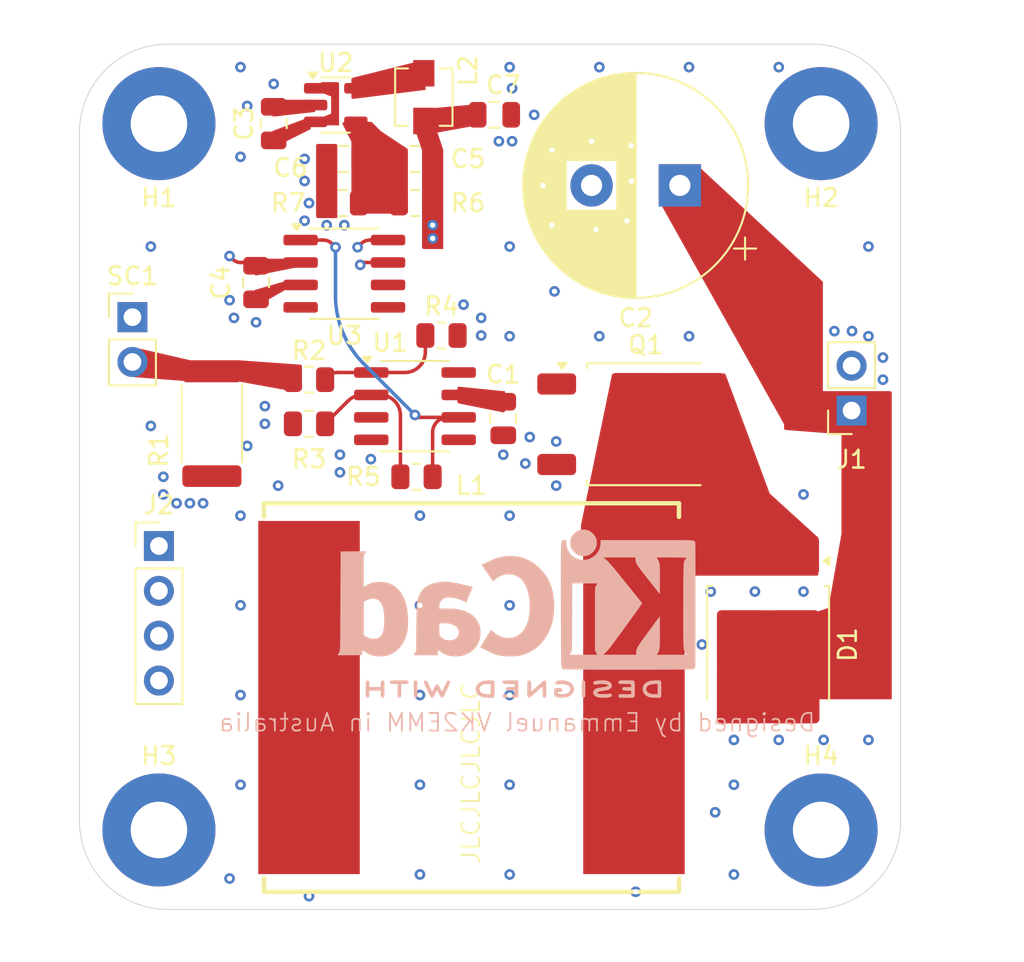
<source format=kicad_pcb>
(kicad_pcb (version 20240108) (generator "pcbnew") (generator_version "8.0")
  (layers (0 "F.Cu" signal) (1 "In1.Cu" signal) (2 "In2.Cu" signal) (3 "In3.Cu" signal) (4 "In4.Cu" signal) (31 "B.Cu" signal) (34 "B.Paste" user) (35 "F.Paste" user) (36 "B.SilkS" user "B.Silkscreen") (37 "F.SilkS" user "F.Silkscreen") (38 "B.Mask" user) (39 "F.Mask" user) (44 "Edge.Cuts" user))
  (net 0 "")
  (net 1 "VBUS")
  (net 2 "GND")
  (net 3 "VCC")
  (net 4 "Net-(U1-+)")
  (net 5 "Net-(U1--)")
  (net 6 "/V_{drop}")
  (net 7 "Net-(SC1--)")
  (net 10 "/swdio")
  (net 11 "/swclk")
  (net 12 "Net-(U2-FB)")
  (net 13 "Net-(Q1-D)")
  (net 14 "/pwm")
  (net 15 "Net-(D1-A)")
  (net 16 "Net-(U2-SW)")
  (footprint "plib:IND-SMD_L23.5-W22.0" (layer "F.Cu") (at 84.2 86.5)
    (property "Reference" "L1" (at 0 -12 0) (layer "F.SilkS"))
    (property "Value" "FXL2213-680-M 100u")
    (pad "1" smd rect (at -9.2 0) (size 5.75 20) (layers "F.Cu" "F.Paste" "F.Mask") (net 1 "VBUS"))
    (pad "2" smd rect (at 9.2 0) (size 5.75 20) (layers "F.Cu" "F.Paste" "F.Mask") (net 13 "Net-(Q1-D)"))
  )
  (footprint "Inductor_SMD:L_Vishay_IHLP-1212" (layer "F.Cu") (at 81.5 52.5 -90)
    (property "Reference" "L2" (at -1.5 -2.5 90) (layer "F.SilkS"))
    (property "Value" "2.2u")
    (pad "1" smd rect (at -1.35 0 270) (size 1.5 1.2) (layers "F.Cu" "F.Paste" "F.Mask") (net 16 "Net-(U2-SW)"))
    (pad "2" smd rect (at 1.35 0 270) (size 1.5 1.2) (layers "F.Cu" "F.Paste" "F.Mask") (net 3 "VCC"))
  )
  (footprint "Resistor_SMD:R_2512_6332Metric" (layer "F.Cu") (at 69.5 71 -90)
    (property "Reference" "R1" (at 1.5 3 90) (layer "F.SilkS"))
    (property "Value" "50m")
    (pad "1" smd roundrect (at -2.9625 0 270) (size 1.225 3.35) (layers "F.Cu" "F.Paste" "F.Mask") (roundrect_rratio 0.204082) (net 7 "Net-(SC1--)"))
    (pad "2" smd roundrect (at 2.9625 0 270) (size 1.225 3.35) (layers "F.Cu" "F.Paste" "F.Mask") (roundrect_rratio 0.204082) (net 2 "GND"))
  )
  (footprint "Resistor_SMD:R_0805_2012Metric" (layer "F.Cu") (at 75 68.5)
    (property "Reference" "R2" (at 0 -1.65 0) (layer "F.SilkS"))
    (property "Value" "282k")
    (pad "1" smd roundrect (at -0.9125 0) (size 1.025 1.4) (layers "F.Cu" "F.Paste" "F.Mask") (roundrect_rratio 0.243902) (net 7 "Net-(SC1--)"))
    (pad "2" smd roundrect (at 0.9125 0) (size 1.025 1.4) (layers "F.Cu" "F.Paste" "F.Mask") (roundrect_rratio 0.243902) (net 4 "Net-(U1-+)"))
  )
  (footprint "Resistor_SMD:R_0805_2012Metric" (layer "F.Cu") (at 76.9125 58.5 180)
    (property "Reference" "R7" (at 3.0875 0 0) (layer "F.SilkS"))
    (property "Value" "100k")
    (pad "1" smd roundrect (at -0.9125 0 180) (size 1.025 1.4) (layers "F.Cu" "F.Paste" "F.Mask") (roundrect_rratio 0.243902) (net 12 "Net-(U2-FB)"))
    (pad "2" smd roundrect (at 0.9125 0 180) (size 1.025 1.4) (layers "F.Cu" "F.Paste" "F.Mask") (roundrect_rratio 0.243902) (net 2 "GND"))
  )
  (footprint "Resistor_SMD:R_0805_2012Metric" (layer "F.Cu") (at 81.0875 74)
    (property "Reference" "R5" (at -3 0 0) (layer "F.SilkS"))
    (property "Value" "4.7k")
    (pad "1" smd roundrect (at -0.9125 0) (size 1.025 1.4) (layers "F.Cu" "F.Paste" "F.Mask") (roundrect_rratio 0.243902) (net 5 "Net-(U1--)"))
    (pad "2" smd roundrect (at 0.9125 0) (size 1.025 1.4) (layers "F.Cu" "F.Paste" "F.Mask") (roundrect_rratio 0.243902) (net 6 "/V_{drop}"))
  )
  (footprint "Resistor_SMD:R_0805_2012Metric" (layer "F.Cu") (at 82.5 66)
    (property "Reference" "R4" (at 0 -1.65 0) (layer "F.SilkS"))
    (property "Value" "4.7k")
    (pad "1" smd roundrect (at -0.9125 0) (size 1.025 1.4) (layers "F.Cu" "F.Paste" "F.Mask") (roundrect_rratio 0.243902) (net 4 "Net-(U1-+)"))
    (pad "2" smd roundrect (at 0.9125 0) (size 1.025 1.4) (layers "F.Cu" "F.Paste" "F.Mask") (roundrect_rratio 0.243902) (net 2 "GND"))
  )
  (footprint "MountingHole:MountingHole_3.2mm_M3_Pad" (layer "F.Cu") (at 66.5 94)
    (property "Reference" "H3" (at 0 -4.2 0) (layer "F.SilkS"))
    (property "Value" "MountingHole_Pad")
    (pad "1" thru_hole circle (at 0 0) (size 6.4 6.4) (drill 3.2) (layers "*.Cu" "*.Mask") (net 2 "GND"))
  )
  (footprint "Capacitor_THT:CP_Radial_D12.5mm_P5.00mm" (layer "F.Cu") (at 96 57.5 180)
    (property "Reference" "C2" (at 2.5 -7.5 0) (layer "F.SilkS"))
    (property "Value" "200u")
    (pad "1" thru_hole rect (at 0 0 180) (size 2.4 2.4) (drill 1.2) (layers "*.Cu" "*.Mask") (net 15 "Net-(D1-A)"))
    (pad "2" thru_hole circle (at 5 0 180) (size 2.4 2.4) (drill 1.2) (layers "*.Cu" "*.Mask") (net 2 "GND"))
  )
  (footprint "Resistor_SMD:R_0805_2012Metric" (layer "F.Cu") (at 75 71)
    (property "Reference" "R3" (at 0 2 0) (layer "F.SilkS"))
    (property "Value" "282k")
    (pad "1" smd roundrect (at -0.9125 0) (size 1.025 1.4) (layers "F.Cu" "F.Paste" "F.Mask") (roundrect_rratio 0.243902) (net 2 "GND"))
    (pad "2" smd roundrect (at 0.9125 0) (size 1.025 1.4) (layers "F.Cu" "F.Paste" "F.Mask") (roundrect_rratio 0.243902) (net 5 "Net-(U1--)"))
  )
  (footprint "Package_SO:SOIC-8_3.9x4.9mm_P1.27mm" (layer "F.Cu") (at 77 62.5)
    (property "Reference" "U3" (at 0 3.5 0) (layer "F.SilkS"))
    (property "Value" "STM32G030J6Mx")
    (pad "1" smd roundrect (at -2.475 -1.905) (size 1.95 0.6) (layers "F.Cu" "F.Paste" "F.Mask") (net 6 "/V_{drop}"))
    (pad "2" smd roundrect (at -2.475 -0.635) (size 1.95 0.6) (layers "F.Cu" "F.Paste" "F.Mask") (net 3 "VCC"))
    (pad "3" smd roundrect (at -2.475 0.635) (size 1.95 0.6) (layers "F.Cu" "F.Paste" "F.Mask") (net 2 "GND"))
    (pad "4" smd roundrect (at -2.475 1.905) (size 1.95 0.6) (layers "F.Cu" "F.Paste" "F.Mask"))
    (pad "5" smd roundrect (at 2.475 1.905) (size 1.95 0.6) (layers "F.Cu" "F.Paste" "F.Mask"))
    (pad "6" smd roundrect (at 2.475 0.635) (size 1.95 0.6) (layers "F.Cu" "F.Paste" "F.Mask") (net 14 "/pwm"))
    (pad "7" smd roundrect (at 2.475 -0.635) (size 1.95 0.6) (layers "F.Cu" "F.Paste" "F.Mask") (net 10 "/swdio"))
    (pad "8" smd roundrect (at 2.475 -1.905) (size 1.95 0.6) (layers "F.Cu" "F.Paste" "F.Mask") (net 11 "/swclk"))
  )
  (footprint "Capacitor_SMD:C_0805_2012Metric" (layer "F.Cu") (at 86 70.7 -90)
    (property "Reference" "C1" (at -2.5 0 0) (layer "F.SilkS"))
    (property "Value" "100n")
    (pad "1" smd roundrect (at -0.95 0 270) (size 1 1.45) (layers "F.Cu" "F.Paste" "F.Mask") (net 1 "VBUS"))
    (pad "2" smd roundrect (at 0.95 0 270) (size 1 1.45) (layers "F.Cu" "F.Paste" "F.Mask") (net 2 "GND"))
  )
  (footprint "Package_TO_SOT_SMD:TSOT-23-5" (layer "F.Cu") (at 76.5125 52.95)
    (property "Reference" "U2" (at 0 -2.4 0) (layer "F.SilkS"))
    (property "Value" "LM3671")
    (pad "1" smd roundrect (at -1.1375 -0.95) (size 1.325 0.6) (layers "F.Cu" "F.Paste" "F.Mask") (net 1 "VBUS"))
    (pad "2" smd roundrect (at -1.1375 0) (size 1.325 0.6) (layers "F.Cu" "F.Paste" "F.Mask") (net 2 "GND"))
    (pad "3" smd roundrect (at -1.1375 0.95) (size 1.325 0.6) (layers "F.Cu" "F.Paste" "F.Mask") (net 1 "VBUS"))
    (pad "4" smd roundrect (at 1.1375 0.95) (size 1.325 0.6) (layers "F.Cu" "F.Paste" "F.Mask") (net 12 "Net-(U2-FB)"))
    (pad "5" smd roundrect (at 1.1375 -0.95) (size 1.325 0.6) (layers "F.Cu" "F.Paste" "F.Mask") (net 16 "Net-(U2-SW)"))
  )
  (footprint "MountingHole:MountingHole_3.2mm_M3_Pad" (layer "F.Cu") (at 104 54 180)
    (property "Reference" "H2" (at 0 -4.2 0) (layer "F.SilkS"))
    (property "Value" "MountingHole_Pad")
    (pad "1" thru_hole circle (at 0 0 180) (size 6.4 6.4) (drill 3.2) (layers "*.Cu" "*.Mask") (net 2 "GND"))
  )
  (footprint "Capacitor_SMD:C_0805_2012Metric" (layer "F.Cu") (at 73 54 90)
    (property "Reference" "C3" (at 0 -1.68 90) (layer "F.SilkS"))
    (property "Value" "4.7u")
    (pad "1" smd roundrect (at -0.95 0 90) (size 1 1.45) (layers "F.Cu" "F.Paste" "F.Mask") (net 1 "VBUS"))
    (pad "2" smd roundrect (at 0.95 0 90) (size 1 1.45) (layers "F.Cu" "F.Paste" "F.Mask") (net 2 "GND"))
  )
  (footprint "Connector_PinHeader_2.54mm:PinHeader_1x04_P2.54mm_Vertical" (layer "F.Cu") (at 66.5 77.92)
    (property "Reference" "J2" (at 0 -2.33 0) (layer "F.SilkS"))
    (property "Value" "programming")
    (pad "1" thru_hole rect (at 0 0) (size 1.7 1.7) (drill 1) (layers "*.Cu" "*.Mask") (net 3 "VCC"))
    (pad "2" thru_hole oval (at 0 2.54) (size 1.7 1.7) (drill 1) (layers "*.Cu" "*.Mask") (net 11 "/swclk"))
    (pad "3" thru_hole oval (at 0 5.08) (size 1.7 1.7) (drill 1) (layers "*.Cu" "*.Mask") (net 10 "/swdio"))
    (pad "4" thru_hole oval (at 0 7.62) (size 1.7 1.7) (drill 1) (layers "*.Cu" "*.Mask") (net 2 "GND"))
  )
  (footprint "Package_SO:SOIC-8_3.9x4.9mm_P1.27mm" (layer "F.Cu") (at 81 70)
    (property "Reference" "U1" (at -1.4 -3.6 0) (layer "F.SilkS"))
    (property "Value" "MC33201DR2G")
    (pad "1" smd roundrect (at -2.475 -1.905) (size 1.95 0.6) (layers "F.Cu" "F.Paste" "F.Mask") (net 4 "Net-(U1-+)"))
    (pad "2" smd roundrect (at -2.475 -0.635) (size 1.95 0.6) (layers "F.Cu" "F.Paste" "F.Mask") (net 5 "Net-(U1--)"))
    (pad "3" smd roundrect (at -2.475 0.635) (size 1.95 0.6) (layers "F.Cu" "F.Paste" "F.Mask"))
    (pad "4" smd roundrect (at -2.475 1.905) (size 1.95 0.6) (layers "F.Cu" "F.Paste" "F.Mask") (net 2 "GND"))
    (pad "5" smd roundrect (at 2.475 1.905) (size 1.95 0.6) (layers "F.Cu" "F.Paste" "F.Mask"))
    (pad "6" smd roundrect (at 2.475 0.635) (size 1.95 0.6) (layers "F.Cu" "F.Paste" "F.Mask") (net 6 "/V_{drop}"))
    (pad "7" smd roundrect (at 2.475 -0.635) (size 1.95 0.6) (layers "F.Cu" "F.Paste" "F.Mask") (net 1 "VBUS"))
    (pad "8" smd roundrect (at 2.475 -1.905) (size 1.95 0.6) (layers "F.Cu" "F.Paste" "F.Mask"))
  )
  (footprint "Capacitor_SMD:C_0805_2012Metric" (layer "F.Cu") (at 85.5 53.5)
    (property "Reference" "C7" (at 0.5 -1.68 0) (layer "F.SilkS"))
    (property "Value" "10u")
    (pad "1" smd roundrect (at -0.95 0) (size 1 1.45) (layers "F.Cu" "F.Paste" "F.Mask") (net 3 "VCC"))
    (pad "2" smd roundrect (at 0.95 0) (size 1 1.45) (layers "F.Cu" "F.Paste" "F.Mask") (net 2 "GND"))
  )
  (footprint "Capacitor_SMD:C_0805_2012Metric" (layer "F.Cu") (at 72 63 -90)
    (property "Reference" "C4" (at 0 2 90) (layer "F.SilkS"))
    (property "Value" "100n")
    (pad "1" smd roundrect (at -0.95 0 270) (size 1 1.45) (layers "F.Cu" "F.Paste" "F.Mask") (net 3 "VCC"))
    (pad "2" smd roundrect (at 0.95 0 270) (size 1 1.45) (layers "F.Cu" "F.Paste" "F.Mask") (net 2 "GND"))
  )
  (footprint "Package_TO_SOT_SMD:TO-252-2" (layer "F.Cu") (at 101 83.5 -90)
    (property "Reference" "D1" (at 0 -4.5 90) (layer "F.SilkS"))
    (property "Value" "VS-48CTQ060S")
    (pad "1" smd roundrect (at -5.04 -2.28 270) (size 2.2 1.2) (layers "F.Cu" "F.Paste" "F.Mask") (roundrect_rratio 0.208333) (net 13 "Net-(Q1-D)"))
    (pad "2" smd roundrect (at -0.415 -1.525 270) (size 3.05 2.75) (layers "F.Cu" "F.Paste") (roundrect_rratio 0.090909) (net 15 "Net-(D1-A)"))
    (pad "2" smd roundrect (at -0.415 1.525 270) (size 3.05 2.75) (layers "F.Cu" "F.Paste") (roundrect_rratio 0.090909) (net 15 "Net-(D1-A)"))
    (pad "2" smd roundrect (at 1.26 0 270) (size 6.4 5.8) (layers "F.Cu" "F.Mask") (roundrect_rratio 0.043103) (net 15 "Net-(D1-A)"))
    (pad "2" smd roundrect (at 2.935 -1.525 270) (size 3.05 2.75) (layers "F.Cu" "F.Paste") (roundrect_rratio 0.090909) (net 15 "Net-(D1-A)"))
    (pad "2" smd roundrect (at 2.935 1.525 270) (size 3.05 2.75) (layers "F.Cu" "F.Paste") (roundrect_rratio 0.090909) (net 15 "Net-(D1-A)"))
    (pad "3" smd roundrect (at -5.04 2.28 270) (size 2.2 1.2) (layers "F.Cu" "F.Paste" "F.Mask") (roundrect_rratio 0.208333) (net 13 "Net-(Q1-D)"))
  )
  (footprint "Connector_PinHeader_2.54mm:PinHeader_1x02_P2.54mm_Vertical" (layer "F.Cu") (at 65 64.96)
    (property "Reference" "SC1" (at 0 -2.33 0) (layer "F.SilkS"))
    (property "Value" "Solar_Cells")
    (pad "1" thru_hole rect (at 0 0) (size 1.7 1.7) (drill 1) (layers "*.Cu" "*.Mask") (net 1 "VBUS"))
    (pad "2" thru_hole oval (at 0 2.54) (size 1.7 1.7) (drill 1) (layers "*.Cu" "*.Mask") (net 7 "Net-(SC1--)"))
  )
  (footprint "MountingHole:MountingHole_3.2mm_M3_Pad" (layer "F.Cu") (at 66.5 54 180)
    (property "Reference" "H1" (at 0 -4.2 0) (layer "F.SilkS"))
    (property "Value" "MountingHole_Pad")
    (pad "1" thru_hole circle (at 0 0 180) (size 6.4 6.4) (drill 3.2) (layers "*.Cu" "*.Mask") (net 2 "GND"))
  )
  (footprint "Capacitor_SMD:C_0805_2012Metric" (layer "F.Cu") (at 81 56 180)
    (property "Reference" "C5" (at -3 0 0) (layer "F.SilkS"))
    (property "Value" "6.8p")
    (pad "1" smd roundrect (at -0.95 0 180) (size 1 1.45) (layers "F.Cu" "F.Paste" "F.Mask") (net 3 "VCC"))
    (pad "2" smd roundrect (at 0.95 0 180) (size 1 1.45) (layers "F.Cu" "F.Paste" "F.Mask") (net 12 "Net-(U2-FB)"))
  )
  (footprint "Package_TO_SOT_SMD:TO-252-2" (layer "F.Cu") (at 94.065 71.025)
    (property "Reference" "Q1" (at 0 -4.5 0) (layer "F.SilkS"))
    (property "Value" "IPD25N06S4L30ATMA2")
    (pad "1" smd roundrect (at -5.04 -2.28) (size 2.2 1.2) (layers "F.Cu" "F.Paste" "F.Mask") (roundrect_rratio 0.208333) (net 14 "/pwm"))
    (pad "2" smd roundrect (at -0.415 -1.525) (size 3.05 2.75) (layers "F.Cu" "F.Paste") (roundrect_rratio 0.090909) (net 13 "Net-(Q1-D)"))
    (pad "2" smd roundrect (at -0.415 1.525) (size 3.05 2.75) (layers "F.Cu" "F.Paste") (roundrect_rratio 0.090909) (net 13 "Net-(Q1-D)"))
    (pad "2" smd roundrect (at 1.26 0) (size 6.4 5.8) (layers "F.Cu" "F.Mask") (roundrect_rratio 0.043103) (net 13 "Net-(Q1-D)"))
    (pad "2" smd roundrect (at 2.935 -1.525) (size 3.05 2.75) (layers "F.Cu" "F.Paste") (roundrect_rratio 0.090909) (net 13 "Net-(Q1-D)"))
    (pad "2" smd roundrect (at 2.935 1.525) (size 3.05 2.75) (layers "F.Cu" "F.Paste") (roundrect_rratio 0.090909) (net 13 "Net-(Q1-D)"))
    (pad "3" smd roundrect (at -5.04 2.28) (size 2.2 1.2) (layers "F.Cu" "F.Paste" "F.Mask") (roundrect_rratio 0.208333) (net 2 "GND"))
  )
  (footprint "Resistor_SMD:R_0805_2012Metric" (layer "F.Cu") (at 81 58.5 180)
    (property "Reference" "R6" (at -3 0 0) (layer "F.SilkS"))
    (property "Value" "562k")
    (pad "1" smd roundrect (at -0.9125 0 180) (size 1.025 1.4) (layers "F.Cu" "F.Paste" "F.Mask") (roundrect_rratio 0.243902) (net 3 "VCC"))
    (pad "2" smd roundrect (at 0.9125 0 180) (size 1.025 1.4) (layers "F.Cu" "F.Paste" "F.Mask") (roundrect_rratio 0.243902) (net 12 "Net-(U2-FB)"))
  )
  (footprint "Capacitor_SMD:C_0805_2012Metric" (layer "F.Cu") (at 76.95 56 180)
    (property "Reference" "C6" (at 3 -0.5 0) (layer "F.SilkS"))
    (property "Value" "33p")
    (pad "1" smd roundrect (at -0.95 0 180) (size 1 1.45) (layers "F.Cu" "F.Paste" "F.Mask") (net 12 "Net-(U2-FB)"))
    (pad "2" smd roundrect (at 0.95 0 180) (size 1 1.45) (layers "F.Cu" "F.Paste" "F.Mask") (net 2 "GND"))
  )
  (footprint "Connector_PinSocket_2.54mm:PinSocket_1x02_P2.54mm_Vertical" (layer "F.Cu") (at 105.725 70.25 180)
    (property "Reference" "J1" (at 0 -2.77 0) (layer "F.SilkS"))
    (property "Value" "Out")
    (pad "1" thru_hole rect (at 0 0 180) (size 1.7 1.7) (drill 1) (layers "*.Cu" "*.Mask") (net 15 "Net-(D1-A)"))
    (pad "2" thru_hole oval (at 0 2.54 180) (size 1.7 1.7) (drill 1) (layers "*.Cu" "*.Mask") (net 2 "GND"))
  )
  (footprint "MountingHole:MountingHole_3.2mm_M3_Pad" (layer "F.Cu") (at 104 94)
    (property "Reference" "H4" (at 0 -4.2 0) (layer "F.SilkS"))
    (property "Value" "MountingHole_Pad")
    (pad "1" thru_hole circle (at 0 0) (size 6.4 6.4) (drill 3.2) (layers "*.Cu" "*.Mask") (net 2 "GND"))
  )
  (footprint "Symbol:KiCad-Logo2_8mm_SilkScreen" (layer "B.Cu") (at 86.759893 80.926424 180)
    (property "Reference" "REF**" (hide yes))
    (property "Value" "KiCad-Logo2_8mm_SilkScreen" (hide yes))
  )
  (gr_poly (pts (xy 73 52.75) (xy 73 53.5) (xy 75.25 53.25) (xy 75.25 52.75)) (stroke (width 0.2)) (fill solid) (layer "F.Cu") (net 2))
  (gr_poly (pts (xy 83.5 69) (xy 86 69.25) (xy 86 70.25) (xy 83.5 69.75)) (stroke (width 0.2)) (fill solid) (layer "F.Cu") (net 1))
  (gr_poly (pts (xy 84.5 53) (xy 84.5 54) (xy 81.75 54.5) (xy 81.75 53.25)) (stroke (width 0.2)) (fill solid) (layer "F.Cu") (net 3))
  (gr_poly (pts (xy 81 54) (xy 81.5 55.5) (xy 81.5 59) (xy 82.5 59) (xy 82.5 55.5) (xy 82 54)) (stroke (width 0.2)) (fill solid) (layer "F.Cu") (net 3))
  (gr_poly (pts (xy 72 63.5) (xy 72 64.25) (xy 73.75 63.25) (xy 73.75 63)) (stroke (width 0.2)) (fill solid) (layer "F.Cu") (net 2))
  (gr_poly (pts (xy 75.5 55.25) (xy 75.5 59.25) (xy 76.5 59.25) (xy 76.5 55.25)) (stroke (width 0.2)) (fill solid) (layer "F.Cu") (net 2))
  (gr_poly (pts (xy 77 54) (xy 77.5 55) (xy 77.5 59) (xy 80.5 59) (xy 80.5 55.5) (xy 79 54.5) (xy 78.5 54)) (stroke (width 0.2)) (fill solid) (layer "F.Cu") (net 12))
  (gr_poly (pts (xy 73 54.5) (xy 73 55.25) (xy 75 54.25) (xy 75 53.75)) (stroke (width 0.2)) (fill solid) (layer "F.Cu") (net 1))
  (gr_poly (pts (xy 81.5 50.5) (xy 77.5 51.5) (xy 77.5 52.5) (xy 81.5 52)) (stroke (width 0.2)) (fill solid) (layer "F.Cu") (net 16))
  (gr_poly (pts (xy 95 58.5) (xy 102 71) (xy 104 71) (xy 104 63) (xy 97 56.5) (xy 95 56.5)) (stroke (width 0.2)) (fill solid) (layer "F.Cu") (net 15))
  (gr_poly (pts (xy 101.0025 82.66) (xy 104.5 81.5) (xy 105.25 77.25) (xy 105.25 71.5) (xy 102 71.25) (xy 102 71) (xy 104 69.25) (xy 107.9 69.25) (xy 107.9 86.5) (xy 101 86.5)) (stroke (width 0.2)) (fill solid) (layer "F.Cu") (net 15))
  (gr_poly (pts (xy 65 66.75) (xy 68.25 67.5) (xy 71 67.5) (xy 74.5 67.75) (xy 74.5 69) (xy 73.75 69) (xy 71 68.5) (xy 68.25 68.5) (xy 65 68.25)) (stroke (width 0.2)) (fill solid) (layer "F.Cu") (net 7))
  (gr_poly (pts (xy 74.5 61.75) (xy 74.5 62) (xy 72 62.5) (xy 72 61.75)) (stroke (width 0.2)) (fill solid) (layer "F.Cu") (net 3))
  (gr_poly (pts (xy 90.5 76.75) (xy 92.25 68.25) (xy 98.5 68.25) (xy 101 75) (xy 103.75 77.5) (xy 103.75 79.5) (xy 90.75 79.5) (xy 90.5 77)) (stroke (width 0.2)) (fill solid) (layer "F.Cu") (net 13))
  (gr_poly (pts (xy 81.5 59) (xy 81.5 61) (xy 82.5 61) (xy 82.5 59)) (stroke (width 0.2)) (fill solid) (layer "F.Cu") (net 3))
  (gr_poly (pts (xy 75.75 52.15) (xy 76.35 52.4) (xy 76.35 53.5) (xy 75.75 53.75) (xy 75.75 54) (xy 76.6 54) (xy 76.6 51.75) (xy 75.75 51.75)) (stroke (width 0.2)) (fill solid) (layer "F.Cu") (net 1))
  (gr_line (start 67 49.5) (end 103.5 49.5) (stroke (width 0.05)) (layer "Edge.Cuts"))
  (gr_line (start 103.5 98.5) (end 67 98.5) (stroke (width 0.05)) (layer "Edge.Cuts"))
  (gr_line (start 108.5 54.5) (end 108.5 93.5) (stroke (width 0.05)) (layer "Edge.Cuts"))
  (gr_arc (start 67 98.5) (mid 63.464466 97.035534) (end 62 93.5) (stroke (width 0.05)) (layer "Edge.Cuts"))
  (gr_arc (start 108.5 93.5) (mid 107.035534 97.035534) (end 103.5 98.5) (stroke (width 0.05)) (layer "Edge.Cuts"))
  (gr_line (start 62 93.5) (end 62 54.5) (stroke (width 0.05)) (layer "Edge.Cuts"))
  (gr_arc (start 62 54.5) (mid 63.464466 50.964466) (end 67 49.5) (stroke (width 0.05)) (layer "Edge.Cuts"))
  (gr_arc (start 103.5 49.5) (mid 107.035534 50.964466) (end 108.5 54.5) (stroke (width 0.05)) (layer "Edge.Cuts"))
  (gr_text "Designed by Emmanuel VK2EMM in Australia" (at 103.75 88.5 0) (layer "B.SilkS") (effects (font (size 1 1) (thickness 0.1)) (justify left bottom mirror)))
  (gr_text "JLCJLCJLCJLC" (at 84.75 96 90) (layer "F.SilkS") (effects (font (size 1 1) (thickness 0.1)) (justify left bottom)))
  (via (at 107.5 68.5) (size 0.6) (drill 0.3) (layers "F.Cu" "B.Cu") (net 0))
  (via (at 107.5 67.25) (size 0.6) (drill 0.3) (layers "F.Cu" "B.Cu") (net 0))
  (via (at 104.75 65.75) (size 0.6) (drill 0.3) (layers "F.Cu" "B.Cu") (net 0))
  (via (at 105.75 65.75) (size 0.6) (drill 0.3) (layers "F.Cu" "B.Cu") (net 0))
  (via (at 106.68 60.96) (size 0.6) (drill 0.3) (layers "F.Cu" "B.Cu") (net 2))
  (via (at 88.9 63.5) (size 0.6) (drill 0.3) (layers "F.Cu" "B.Cu") (net 2))
  (via (at 66.04 60.96) (size 0.6) (drill 0.3) (layers "F.Cu" "B.Cu") (net 2))
  (via (at 98 93) (size 0.6) (drill 0.3) (layers "F.Cu" "B.Cu") (net 2))
  (via (at 81.28 96.52) (size 0.6) (drill 0.3) (layers "F.Cu" "B.Cu") (net 2))
  (via (at 87.5 71.75) (size 0.6) (drill 0.3) (layers "F.Cu" "B.Cu") (net 2))
  (via (at 91 55) (size 0.6) (drill 0.3) (layers "F.Cu" "B.Cu") (net 2))
  (via (at 66.75 75) (size 0.6) (drill 0.3) (layers "F.Cu" "B.Cu") (net 2))
  (via (at 81.28 81.28) (size 0.6) (drill 0.3) (layers "F.Cu" "B.Cu") (net 2))
  (via (at 106.68 88.9) (size 0.6) (drill 0.3) (layers "F.Cu" "B.Cu") (net 2))
  (via (at 71.5 53) (size 0.6) (drill 0.3) (layers "F.Cu" "B.Cu") (net 2))
  (via (at 85.75 55) (size 0.6) (drill 0.3) (layers "F.Cu" "B.Cu") (net 2))
  (via (at 99.06 91.44) (size 0.6) (drill 0.3) (layers "F.Cu" "B.Cu") (net 2))
  (via (at 93 59.5) (size 0.6) (drill 0.3) (layers "F.Cu" "B.Cu") (net 2))
  (via (at 86.36 50.8) (size 0.6) (drill 0.3) (layers "F.Cu" "B.Cu") (net 2))
  (via (at 81.28 76.2) (size 0.6) (drill 0.3) (layers "F.Cu" "B.Cu") (net 2))
  (via (at 87.25 73.25) (size 0.6) (drill 0.3) (layers "F.Cu" "B.Cu") (net 2))
  (via (at 70.75 65) (size 0.6) (drill 0.3) (layers "F.Cu" "B.Cu") (net 2))
  (via (at 101.6 88.9) (size 0.6) (drill 0.3) (layers "F.Cu" "B.Cu") (net 2))
  (via (at 89 74.5) (size 0.6) (drill 0.3) (layers "F.Cu" "B.Cu") (net 2))
  (via (at 86 72.75) (size 0.6) (drill 0.3) (layers "F.Cu" "B.Cu") (net 2))
  (via (at 106.68 66.04) (size 0.6) (drill 0.3) (layers "F.Cu" "B.Cu") (net 2))
  (via (at 103 80.5) (size 0.6) (drill 0.3) (layers "F.Cu" "B.Cu") (net 2))
  (via (at 71.12 91.44) (size 0.6) (drill 0.3) (layers "F.Cu" "B.Cu") (net 2))
  (via (at 88.25 57.5) (size 0.6) (drill 0.3) (layers "F.Cu" "B.Cu") (net 2))
  (via (at 93.25 55.25) (size 0.6) (drill 0.3) (layers "F.Cu" "B.Cu") (net 2))
  (via (at 86.36 66.04) (size 0.6) (drill 0.3) (layers "F.Cu" "B.Cu") (net 2))
  (via (at 66.75 74) (size 0.6) (drill 0.3) (layers "F.Cu" "B.Cu") (net 2))
  (via (at 86.36 96.52) (size 0.6) (drill 0.3) (layers "F.Cu" "B.Cu") (net 2))
  (via (at 86.36 81.28) (size 0.6) (drill 0.3) (layers "F.Cu" "B.Cu") (net 2))
  (via (at 93.25 57.25) (size 0.6) (drill 0.3) (layers "F.Cu" "B.Cu") (net 2))
  (via (at 70.5 64) (size 0.6) (drill 0.3) (layers "F.Cu" "B.Cu") (net 2))
  (via (at 91.44 66.04) (size 0.6) (drill 0.3) (layers "F.Cu" "B.Cu") (net 2))
  (via (at 67.5 75.5) (size 0.6) (drill 0.3) (layers "F.Cu" "B.Cu") (net 2))
  (via (at 75 58.5) (size 0.6) (drill 0.3) (layers "F.Cu" "B.Cu") (net 2))
  (via (at 89 72) (size 0.6) (drill 0.3) (layers "F.Cu" "B.Cu") (net 2))
  (via (at 76.75 72.75) (size 0.6) (drill 0.3) (layers "F.Cu" "B.Cu") (net 2))
  (via (at 86.36 60.96) (size 0.6) (drill 0.3) (layers "F.Cu" "B.Cu") (net 2))
  (via (at 86.5 55) (size 0.6) (drill 0.3) (layers "F.Cu" "B.Cu") (net 2))
  (via (at 97.25 83.5) (size 0.6) (drill 0.3) (layers "F.Cu" "B.Cu") (net 2))
  (via (at 86.36 86.36) (size 0.6) (drill 0.3) (layers "F.Cu" "B.Cu") (net 2))
  (via (at 81.28 86.36) (size 0.6) (drill 0.3) (layers "F.Cu" "B.Cu") (net 2))
  (via (at 83.75 64.25) (size 0.6) (drill 0.3) (layers "F.Cu" "B.Cu") (net 2))
  (via (at 88.75 59.75) (size 0.6) (drill 0.3) (layers "F.Cu" "B.Cu") (net 2))
  (via (at 84.75 65) (size 0.6) (drill 0.3) (layers "F.Cu" "B.Cu") (net 2))
  (via (at 74.75 56) (size 0.6) (drill 0.3) (layers "F.Cu" "B.Cu") (net 2))
  (via (at 72.5 71) (size 0.6) (drill 0.3) (layers "F.Cu" "B.Cu") (net 2))
  (via (at 93.5 97.5) (size 0.6) (drill 0.3) (layers "F.Cu" "B.Cu") (net 2))
  (via (at 97.75 80.5) (size 0.6) (drill 0.3) (layers "F.Cu" "B.Cu") (net 2))
  (via (at 76.75 73.75) (size 0.6) (drill 0.3) (layers "F.Cu" "B.Cu") (net 2))
  (via (at 73 51.75) (size 0.6) (drill 0.3) (layers "F.Cu" "B.Cu") (net 2))
  (via (at 101.6 50.8) (size 0.6) (drill 0.3) (layers "F.Cu" "B.Cu") (net 2))
  (via (at 74.75 57.25) (size 0.6) (drill 0.3) (layers "F.Cu" "B.Cu") (net 2))
  (via (at 71.5 72.25) (size 0.6) (drill 0.3) (layers "F.Cu" "B.Cu") (net 2))
  (via (at 71.12 55.88) (size 0.6) (drill 0.3) (layers "F.Cu" "B.Cu") (net 2))
  (via (at 73.25 74.5) (size 0.6) (drill 0.3) (layers "F.Cu" "B.Cu") (net 2))
  (via (at 68.25 75.5) (size 0.6) (drill 0.3) (layers "F.Cu" "B.Cu") (net 2))
  (via (at 88.75 55.5) (size 0.6) (drill 0.3) (layers "F.Cu" "B.Cu") (net 2))
  (via (at 100.25 80.5) (size 0.6) (drill 0.3) (layers "F.Cu" "B.Cu") (net 2))
  (via (at 71.12 76.2) (size 0.6) (drill 0.3) (layers "F.Cu" "B.Cu") (net 2))
  (via (at 77 59.75) (size 0.6) (drill 0.3) (layers "F.Cu" "B.Cu") (net 2))
  (via (at 69 75.5) (size 0.6) (drill 0.3) (layers "F.Cu" "B.Cu") (net 2))
  (via (at 96.52 66.04) (size 0.6) (drill 0.3) (layers "F.Cu" "B.Cu") (net 2))
  (via (at 74.75 59.5) (size 0.6) (drill 0.3) (layers "F.Cu" "B.Cu") (net 2))
  (via (at 81.28 91.44) (size 0.6) (drill 0.3) (layers "F.Cu" "B.Cu") (net 2))
  (via (at 87.75 53.5) (size 0.6) (drill 0.3) (layers "F.Cu" "B.Cu") (net 2))
  (via (at 75 97.75) (size 0.6) (drill 0.3) (layers "F.Cu" "B.Cu") (net 2))
  (via (at 86.5 52) (size 0.6) (drill 0.3) (layers "F.Cu" "B.Cu") (net 2))
  (via (at 72 65.25) (size 0.6) (drill 0.3) (layers "F.Cu" "B.Cu") (net 2))
  (via (at 84.75 66) (size 0.6) (drill 0.3) (layers "F.Cu" "B.Cu") (net 2))
  (via (at 104.14 88.9) (size 0.6) (drill 0.3) (layers "F.Cu" "B.Cu") (net 2))
  (via (at 76 59.75) (size 0.6) (drill 0.3) (layers "F.Cu" "B.Cu") (net 2))
  (via (at 103 75) (size 0.6) (drill 0.3) (layers "F.Cu" "B.Cu") (net 2))
  (via (at 71.12 86.36) (size 0.6) (drill 0.3) (layers "F.Cu" "B.Cu") (net 2))
  (via (at 71.12 81.28) (size 0.6) (drill 0.3) (layers "F.Cu" "B.Cu") (net 2))
  (via (at 96.52 50.8) (size 0.6) (drill 0.3) (layers "F.Cu" "B.Cu") (net 2))
  (via (at 72.5 70) (size 0.6) (drill 0.3) (layers "F.Cu" "B.Cu") (net 2))
  (via (at 91.44 50.8) (size 0.6) (drill 0.3) (layers "F.Cu" "B.Cu") (net 2))
  (via (at 86.36 91.44) (size 0.6) (drill 0.3) (layers "F.Cu" "B.Cu") (net 2))
  (via (at 99.06 88.9) (size 0.6) (drill 0.3) (layers "F.Cu" "B.Cu") (net 2))
  (via (at 71.12 50.8) (size 0.6) (drill 0.3) (layers "F.Cu" "B.Cu") (net 2))
  (via (at 86.36 76.2) (size 0.6) (drill 0.3) (layers "F.Cu" "B.Cu") (net 2))
  (via (at 70.5 96.75) (size 0.6) (drill 0.3) (layers "F.Cu" "B.Cu") (net 2))
  (via (at 78.5 73) (size 0.6) (drill 0.3) (layers "F.Cu" "B.Cu") (net 2))
  (via (at 99.06 96.52) (size 0.6) (drill 0.3) (layers "F.Cu" "B.Cu") (net 2))
  (via (at 91.25 60) (size 0.6) (drill 0.3) (layers "F.Cu" "B.Cu") (net 2))
  (via (at 66.04 71.12) (size 0.6) (drill 0.3) (layers "F.Cu" "B.Cu") (net 2))
  (segment (start 71.123093 61.865) (end 74.525 61.865) (width 0.2) (layer "F.Cu") (net 3))
  (segment (start 82 60.5) (end 82 59.75) (width 0.2) (layer "F.Cu") (net 3))
  (segment (start 70.6825 61.6825) (end 70.5 61.5) (width 0.2) (layer "F.Cu") (net 3))
  (via (at 70.5 61.5) (size 0.6) (drill 0.3) (layers "F.Cu" "B.Cu") (net 3))
  (via (at 82 59.75) (size 0.6) (drill 0.3) (layers "F.Cu" "B.Cu") (net 3))
  (via (at 82 60.5) (size 0.6) (drill 0.3) (layers "F.Cu" "B.Cu") (net 3))
  (arc (start 70.6825 61.6825) (mid 70.884645 61.817569) (end 71.123093 61.865) (width 0.2) (layer "F.Cu") (net 3))
  (segment (start 81.5875 66.929899) (end 81.5875 66) (width 0.2) (layer "F.Cu") (net 4))
  (segment (start 78.525 68.095) (end 76.603878 68.095) (width 0.2) (layer "F.Cu") (net 4))
  (segment (start 76.115 68.2975) (end 75.9125 68.5) (width 0.2) (layer "F.Cu") (net 4))
  (segment (start 80.422399 68.095) (end 78.525 68.095) (width 0.2) (layer "F.Cu") (net 4))
  (arc (start 76.603878 68.095) (mid 76.339299 68.147628) (end 76.115 68.2975) (width 0.2) (layer "F.Cu") (net 4))
  (arc (start 81.5875 66.929899) (mid 81.498812 67.375764) (end 81.24625 67.75375) (width 0.2) (layer "F.Cu") (net 4))
  (arc (start 81.24625 67.75375) (mid 80.868264 68.006312) (end 80.422399 68.095) (width 0.2) (layer "F.Cu") (net 4))
  (segment (start 79.012499 69.365) (end 78.0375 69.365) (width 0.2) (layer "F.Cu") (net 5))
  (segment (start 77.201901 69.710598) (end 75.9125 71) (width 0.2) (layer "F.Cu") (net 5))
  (segment (start 79.022701 69.365) (end 79.012499 69.365) (width 0.2) (layer "F.Cu") (net 5))
  (segment (start 78.03625 69.365) (end 78.0375 69.365) (width 0.2) (layer "F.Cu") (net 5))
  (segment (start 80.175 70.517298) (end 80.175 74) (width 0.2) (layer "F.Cu") (net 5))
  (arc (start 79.837499 69.7025) (mid 80.087286 70.076332) (end 80.175 70.517298) (width 0.2) (layer "F.Cu") (net 5))
  (arc (start 78.03625 69.365) (mid 77.584703 69.454817) (end 77.201901 69.710598) (width 0.2) (layer "F.Cu") (net 5))
  (arc (start 79.837499 69.7025) (mid 79.463666 69.452713) (end 79.022701 69.365) (width 0.2) (layer "F.Cu") (net 5))
  (segment (start 82.853555 70.635) (end 82.9875 70.635) (width 0.2) (layer "F.Cu") (net 6))
  (segment (start 75.808621 60.595) (end 74.525 60.595) (width 0.2) (layer "F.Cu") (net 6))
  (segment (start 81.230459 70.635) (end 82.9875 70.635) (width 0.2) (layer "F.Cu") (net 6))
  (segment (start 81.0675 70.5675) (end 81 70.5) (width 0.2) (layer "F.Cu") (net 6))
  (segment (start 82 71.488555) (end 82 74) (width 0.2) (layer "F.Cu") (net 6))
  (segment (start 76.2975 60.7975) (end 76.5 61) (width 0.2) (layer "F.Cu") (net 6))
  (via (at 76.5 61) (size 0.6) (drill 0.3) (layers "F.Cu" "B.Cu") (net 6))
  (via (at 81 70.5) (size 0.6) (drill 0.3) (layers "F.Cu" "B.Cu") (net 6))
  (arc (start 82.853555 70.635) (mid 82.526913 70.699972) (end 82.25 70.885) (width 0.2) (layer "F.Cu") (net 6))
  (arc (start 81.0675 70.5675) (mid 81.142266 70.617457) (end 81.230459 70.635) (width 0.2) (layer "F.Cu") (net 6))
  (arc (start 82.25 70.885) (mid 82.064972 71.161913) (end 82 71.488555) (width 0.2) (layer "F.Cu") (net 6))
  (arc (start 82.9875 70.635) (mid 82.9875 70.635) (end 82.9875 70.635) (width 0.2) (layer "F.Cu") (net 6))
  (arc (start 76.2975 60.7975) (mid 76.0732 60.647628) (end 75.808621 60.595) (width 0.2) (layer "F.Cu") (net 6))
  (segment (start 81 70.5) (end 78.093792 67.593792) (width 0.2) (layer "B.Cu") (net 6))
  (segment (start 76.5 63.746036) (end 76.5 61) (width 0.2) (layer "B.Cu") (net 6))
  (arc (start 76.5 63.746036) (mid 76.914213 65.828426) (end 78.093792 67.593792) (width 0.2) (layer "B.Cu") (net 6))
  (segment (start 78.130459 61.865) (end 79.475 61.865) (width 0.2) (layer "F.Cu") (net 10))
  (segment (start 77.9675 61.9325) (end 77.9 62) (width 0.2) (layer "F.Cu") (net 10))
  (via (at 77.9 62) (size 0.6) (drill 0.3) (layers "F.Cu" "B.Cu") (net 10))
  (arc (start 78.130459 61.865) (mid 78.042266 61.882542) (end 77.9675 61.9325) (width 0.2) (layer "F.Cu") (net 10))
  (segment (start 77.9525 60.7975) (end 77.75 61) (width 0.2) (layer "F.Cu") (net 11))
  (segment (start 78.441378 60.595) (end 79.475 60.595) (width 0.2) (layer "F.Cu") (net 11))
  (via (at 77.75 61) (size 0.6) (drill 0.3) (layers "F.Cu" "B.Cu") (net 11))
  (arc (start 78.441378 60.595) (mid 78.176799 60.647628) (end 77.9525 60.7975) (width 0.2) (layer "F.Cu") (net 11))
)
</source>
